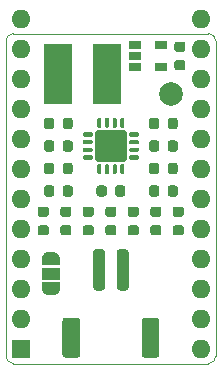
<source format=gbr>
%TF.GenerationSoftware,KiCad,Pcbnew,5.1.6+dfsg1-1~bpo10+1*%
%TF.CreationDate,2020-07-06T17:28:13+00:00*%
%TF.ProjectId,ProMicro_LIPO,50726f4d-6963-4726-9f5f-4c49504f2e6b,v1.6*%
%TF.SameCoordinates,Original*%
%TF.FileFunction,Soldermask,Top*%
%TF.FilePolarity,Negative*%
%FSLAX45Y45*%
G04 Gerber Fmt 4.5, Leading zero omitted, Abs format (unit mm)*
G04 Created by KiCad (PCBNEW 5.1.6+dfsg1-1~bpo10+1) date 2020-07-06 17:28:13*
%MOMM*%
%LPD*%
G01*
G04 APERTURE LIST*
%TA.AperFunction,Profile*%
%ADD10C,0.100000*%
%TD*%
%ADD11O,1.600000X1.600000*%
%ADD12R,1.600000X1.600000*%
%ADD13C,2.000000*%
%ADD14R,2.350000X5.100000*%
%ADD15R,1.060000X0.650000*%
%ADD16R,1.500000X1.000000*%
%ADD17C,0.150000*%
G04 APERTURE END LIST*
D10*
X-127000Y-63500D02*
X-127000Y2603500D01*
X1651000Y2603500D02*
X1651000Y-63500D01*
X1651000Y-63500D02*
G75*
G02*
X1587500Y-127000I-63500J0D01*
G01*
X-63500Y-127000D02*
G75*
G02*
X-127000Y-63500I0J63500D01*
G01*
X-127000Y2603500D02*
G75*
G02*
X-63500Y2667000I63500J0D01*
G01*
X1587500Y2667000D02*
G75*
G02*
X1651000Y2603500I0J-63500D01*
G01*
X1587500Y2667000D02*
X-63500Y2667000D01*
X-63500Y-127000D02*
X1587500Y-127000D01*
D11*
X1524000Y0D03*
X1524000Y254000D03*
X1524000Y508000D03*
X0Y2794000D03*
X1524000Y762000D03*
X0Y2540000D03*
X1524000Y1016000D03*
X0Y2286000D03*
X1524000Y1270000D03*
X0Y2032000D03*
X1524000Y1524000D03*
X0Y1778000D03*
X1524000Y1778000D03*
X0Y1524000D03*
X1524000Y2032000D03*
X0Y1270000D03*
X1524000Y2286000D03*
X0Y1016000D03*
X1524000Y2540000D03*
X0Y762000D03*
X1524000Y2794000D03*
X0Y508000D03*
X0Y254000D03*
D12*
X0Y0D03*
D13*
X1270000Y2159000D03*
D14*
X728200Y2324100D03*
X313200Y2324100D03*
G36*
G01*
X282500Y1930625D02*
X282500Y1879375D01*
G75*
G02*
X260625Y1857500I-21875J0D01*
G01*
X216875Y1857500D01*
G75*
G02*
X195000Y1879375I0J21875D01*
G01*
X195000Y1930625D01*
G75*
G02*
X216875Y1952500I21875J0D01*
G01*
X260625Y1952500D01*
G75*
G02*
X282500Y1930625I0J-21875D01*
G01*
G37*
G36*
G01*
X440000Y1930625D02*
X440000Y1879375D01*
G75*
G02*
X418125Y1857500I-21875J0D01*
G01*
X374375Y1857500D01*
G75*
G02*
X352500Y1879375I0J21875D01*
G01*
X352500Y1930625D01*
G75*
G02*
X374375Y1952500I21875J0D01*
G01*
X418125Y1952500D01*
G75*
G02*
X440000Y1930625I0J-21875D01*
G01*
G37*
G36*
G01*
X1241500Y1879375D02*
X1241500Y1930625D01*
G75*
G02*
X1263375Y1952500I21875J0D01*
G01*
X1307125Y1952500D01*
G75*
G02*
X1329000Y1930625I0J-21875D01*
G01*
X1329000Y1879375D01*
G75*
G02*
X1307125Y1857500I-21875J0D01*
G01*
X1263375Y1857500D01*
G75*
G02*
X1241500Y1879375I0J21875D01*
G01*
G37*
G36*
G01*
X1084000Y1879375D02*
X1084000Y1930625D01*
G75*
G02*
X1105875Y1952500I21875J0D01*
G01*
X1149625Y1952500D01*
G75*
G02*
X1171500Y1930625I0J-21875D01*
G01*
X1171500Y1879375D01*
G75*
G02*
X1149625Y1857500I-21875J0D01*
G01*
X1105875Y1857500D01*
G75*
G02*
X1084000Y1879375I0J21875D01*
G01*
G37*
G36*
G01*
X1241500Y1688875D02*
X1241500Y1740125D01*
G75*
G02*
X1263375Y1762000I21875J0D01*
G01*
X1307125Y1762000D01*
G75*
G02*
X1329000Y1740125I0J-21875D01*
G01*
X1329000Y1688875D01*
G75*
G02*
X1307125Y1667000I-21875J0D01*
G01*
X1263375Y1667000D01*
G75*
G02*
X1241500Y1688875I0J21875D01*
G01*
G37*
G36*
G01*
X1084000Y1688875D02*
X1084000Y1740125D01*
G75*
G02*
X1105875Y1762000I21875J0D01*
G01*
X1149625Y1762000D01*
G75*
G02*
X1171500Y1740125I0J-21875D01*
G01*
X1171500Y1688875D01*
G75*
G02*
X1149625Y1667000I-21875J0D01*
G01*
X1105875Y1667000D01*
G75*
G02*
X1084000Y1688875I0J21875D01*
G01*
G37*
G36*
G01*
X545875Y1044500D02*
X597125Y1044500D01*
G75*
G02*
X619000Y1022625I0J-21875D01*
G01*
X619000Y978875D01*
G75*
G02*
X597125Y957000I-21875J0D01*
G01*
X545875Y957000D01*
G75*
G02*
X524000Y978875I0J21875D01*
G01*
X524000Y1022625D01*
G75*
G02*
X545875Y1044500I21875J0D01*
G01*
G37*
G36*
G01*
X545875Y1202000D02*
X597125Y1202000D01*
G75*
G02*
X619000Y1180125I0J-21875D01*
G01*
X619000Y1136375D01*
G75*
G02*
X597125Y1114500I-21875J0D01*
G01*
X545875Y1114500D01*
G75*
G02*
X524000Y1136375I0J21875D01*
G01*
X524000Y1180125D01*
G75*
G02*
X545875Y1202000I21875J0D01*
G01*
G37*
G36*
G01*
X282500Y1740125D02*
X282500Y1688875D01*
G75*
G02*
X260625Y1667000I-21875J0D01*
G01*
X216875Y1667000D01*
G75*
G02*
X195000Y1688875I0J21875D01*
G01*
X195000Y1740125D01*
G75*
G02*
X216875Y1762000I21875J0D01*
G01*
X260625Y1762000D01*
G75*
G02*
X282500Y1740125I0J-21875D01*
G01*
G37*
G36*
G01*
X440000Y1740125D02*
X440000Y1688875D01*
G75*
G02*
X418125Y1667000I-21875J0D01*
G01*
X374375Y1667000D01*
G75*
G02*
X352500Y1688875I0J21875D01*
G01*
X352500Y1740125D01*
G75*
G02*
X374375Y1762000I21875J0D01*
G01*
X418125Y1762000D01*
G75*
G02*
X440000Y1740125I0J-21875D01*
G01*
G37*
G36*
G01*
X1241500Y1307875D02*
X1241500Y1359125D01*
G75*
G02*
X1263375Y1381000I21875J0D01*
G01*
X1307125Y1381000D01*
G75*
G02*
X1329000Y1359125I0J-21875D01*
G01*
X1329000Y1307875D01*
G75*
G02*
X1307125Y1286000I-21875J0D01*
G01*
X1263375Y1286000D01*
G75*
G02*
X1241500Y1307875I0J21875D01*
G01*
G37*
G36*
G01*
X1084000Y1307875D02*
X1084000Y1359125D01*
G75*
G02*
X1105875Y1381000I21875J0D01*
G01*
X1149625Y1381000D01*
G75*
G02*
X1171500Y1359125I0J-21875D01*
G01*
X1171500Y1307875D01*
G75*
G02*
X1149625Y1286000I-21875J0D01*
G01*
X1105875Y1286000D01*
G75*
G02*
X1084000Y1307875I0J21875D01*
G01*
G37*
G36*
G01*
X1171500Y1549625D02*
X1171500Y1498375D01*
G75*
G02*
X1149625Y1476500I-21875J0D01*
G01*
X1105875Y1476500D01*
G75*
G02*
X1084000Y1498375I0J21875D01*
G01*
X1084000Y1549625D01*
G75*
G02*
X1105875Y1571500I21875J0D01*
G01*
X1149625Y1571500D01*
G75*
G02*
X1171500Y1549625I0J-21875D01*
G01*
G37*
G36*
G01*
X1329000Y1549625D02*
X1329000Y1498375D01*
G75*
G02*
X1307125Y1476500I-21875J0D01*
G01*
X1263375Y1476500D01*
G75*
G02*
X1241500Y1498375I0J21875D01*
G01*
X1241500Y1549625D01*
G75*
G02*
X1263375Y1571500I21875J0D01*
G01*
X1307125Y1571500D01*
G75*
G02*
X1329000Y1549625I0J-21875D01*
G01*
G37*
G36*
G01*
X352500Y1498375D02*
X352500Y1549625D01*
G75*
G02*
X374375Y1571500I21875J0D01*
G01*
X418125Y1571500D01*
G75*
G02*
X440000Y1549625I0J-21875D01*
G01*
X440000Y1498375D01*
G75*
G02*
X418125Y1476500I-21875J0D01*
G01*
X374375Y1476500D01*
G75*
G02*
X352500Y1498375I0J21875D01*
G01*
G37*
G36*
G01*
X195000Y1498375D02*
X195000Y1549625D01*
G75*
G02*
X216875Y1571500I21875J0D01*
G01*
X260625Y1571500D01*
G75*
G02*
X282500Y1549625I0J-21875D01*
G01*
X282500Y1498375D01*
G75*
G02*
X260625Y1476500I-21875J0D01*
G01*
X216875Y1476500D01*
G75*
G02*
X195000Y1498375I0J21875D01*
G01*
G37*
G36*
G01*
X282500Y1359125D02*
X282500Y1307875D01*
G75*
G02*
X260625Y1286000I-21875J0D01*
G01*
X216875Y1286000D01*
G75*
G02*
X195000Y1307875I0J21875D01*
G01*
X195000Y1359125D01*
G75*
G02*
X216875Y1381000I21875J0D01*
G01*
X260625Y1381000D01*
G75*
G02*
X282500Y1359125I0J-21875D01*
G01*
G37*
G36*
G01*
X440000Y1359125D02*
X440000Y1307875D01*
G75*
G02*
X418125Y1286000I-21875J0D01*
G01*
X374375Y1286000D01*
G75*
G02*
X352500Y1307875I0J21875D01*
G01*
X352500Y1359125D01*
G75*
G02*
X374375Y1381000I21875J0D01*
G01*
X418125Y1381000D01*
G75*
G02*
X440000Y1359125I0J-21875D01*
G01*
G37*
G36*
G01*
X727000Y1359125D02*
X727000Y1307875D01*
G75*
G02*
X705125Y1286000I-21875J0D01*
G01*
X661375Y1286000D01*
G75*
G02*
X639500Y1307875I0J21875D01*
G01*
X639500Y1359125D01*
G75*
G02*
X661375Y1381000I21875J0D01*
G01*
X705125Y1381000D01*
G75*
G02*
X727000Y1359125I0J-21875D01*
G01*
G37*
G36*
G01*
X884500Y1359125D02*
X884500Y1307875D01*
G75*
G02*
X862625Y1286000I-21875J0D01*
G01*
X818875Y1286000D01*
G75*
G02*
X797000Y1307875I0J21875D01*
G01*
X797000Y1359125D01*
G75*
G02*
X818875Y1381000I21875J0D01*
G01*
X862625Y1381000D01*
G75*
G02*
X884500Y1359125I0J-21875D01*
G01*
G37*
G36*
G01*
X1371825Y2511500D02*
X1320575Y2511500D01*
G75*
G02*
X1298700Y2533375I0J21875D01*
G01*
X1298700Y2577125D01*
G75*
G02*
X1320575Y2599000I21875J0D01*
G01*
X1371825Y2599000D01*
G75*
G02*
X1393700Y2577125I0J-21875D01*
G01*
X1393700Y2533375D01*
G75*
G02*
X1371825Y2511500I-21875J0D01*
G01*
G37*
G36*
G01*
X1371825Y2354000D02*
X1320575Y2354000D01*
G75*
G02*
X1298700Y2375875I0J21875D01*
G01*
X1298700Y2419625D01*
G75*
G02*
X1320575Y2441500I21875J0D01*
G01*
X1371825Y2441500D01*
G75*
G02*
X1393700Y2419625I0J-21875D01*
G01*
X1393700Y2375875D01*
G75*
G02*
X1371825Y2354000I-21875J0D01*
G01*
G37*
G36*
G01*
X925750Y1829500D02*
X990750Y1829500D01*
G75*
G02*
X999500Y1820750I0J-8750D01*
G01*
X999500Y1803250D01*
G75*
G02*
X990750Y1794500I-8750J0D01*
G01*
X925750Y1794500D01*
G75*
G02*
X917000Y1803250I0J8750D01*
G01*
X917000Y1820750D01*
G75*
G02*
X925750Y1829500I8750J0D01*
G01*
G37*
G36*
G01*
X925750Y1764500D02*
X990750Y1764500D01*
G75*
G02*
X999500Y1755750I0J-8750D01*
G01*
X999500Y1738250D01*
G75*
G02*
X990750Y1729500I-8750J0D01*
G01*
X925750Y1729500D01*
G75*
G02*
X917000Y1738250I0J8750D01*
G01*
X917000Y1755750D01*
G75*
G02*
X925750Y1764500I8750J0D01*
G01*
G37*
G36*
G01*
X925750Y1699500D02*
X990750Y1699500D01*
G75*
G02*
X999500Y1690750I0J-8750D01*
G01*
X999500Y1673250D01*
G75*
G02*
X990750Y1664500I-8750J0D01*
G01*
X925750Y1664500D01*
G75*
G02*
X917000Y1673250I0J8750D01*
G01*
X917000Y1690750D01*
G75*
G02*
X925750Y1699500I8750J0D01*
G01*
G37*
G36*
G01*
X925750Y1634500D02*
X990750Y1634500D01*
G75*
G02*
X999500Y1625750I0J-8750D01*
G01*
X999500Y1608250D01*
G75*
G02*
X990750Y1599500I-8750J0D01*
G01*
X925750Y1599500D01*
G75*
G02*
X917000Y1608250I0J8750D01*
G01*
X917000Y1625750D01*
G75*
G02*
X925750Y1634500I8750J0D01*
G01*
G37*
G36*
G01*
X850750Y1559500D02*
X868250Y1559500D01*
G75*
G02*
X877000Y1550750I0J-8750D01*
G01*
X877000Y1485750D01*
G75*
G02*
X868250Y1477000I-8750J0D01*
G01*
X850750Y1477000D01*
G75*
G02*
X842000Y1485750I0J8750D01*
G01*
X842000Y1550750D01*
G75*
G02*
X850750Y1559500I8750J0D01*
G01*
G37*
G36*
G01*
X785750Y1559500D02*
X803250Y1559500D01*
G75*
G02*
X812000Y1550750I0J-8750D01*
G01*
X812000Y1485750D01*
G75*
G02*
X803250Y1477000I-8750J0D01*
G01*
X785750Y1477000D01*
G75*
G02*
X777000Y1485750I0J8750D01*
G01*
X777000Y1550750D01*
G75*
G02*
X785750Y1559500I8750J0D01*
G01*
G37*
G36*
G01*
X720750Y1559500D02*
X738250Y1559500D01*
G75*
G02*
X747000Y1550750I0J-8750D01*
G01*
X747000Y1485750D01*
G75*
G02*
X738250Y1477000I-8750J0D01*
G01*
X720750Y1477000D01*
G75*
G02*
X712000Y1485750I0J8750D01*
G01*
X712000Y1550750D01*
G75*
G02*
X720750Y1559500I8750J0D01*
G01*
G37*
G36*
G01*
X655750Y1559500D02*
X673250Y1559500D01*
G75*
G02*
X682000Y1550750I0J-8750D01*
G01*
X682000Y1485750D01*
G75*
G02*
X673250Y1477000I-8750J0D01*
G01*
X655750Y1477000D01*
G75*
G02*
X647000Y1485750I0J8750D01*
G01*
X647000Y1550750D01*
G75*
G02*
X655750Y1559500I8750J0D01*
G01*
G37*
G36*
G01*
X533250Y1634500D02*
X598250Y1634500D01*
G75*
G02*
X607000Y1625750I0J-8750D01*
G01*
X607000Y1608250D01*
G75*
G02*
X598250Y1599500I-8750J0D01*
G01*
X533250Y1599500D01*
G75*
G02*
X524500Y1608250I0J8750D01*
G01*
X524500Y1625750D01*
G75*
G02*
X533250Y1634500I8750J0D01*
G01*
G37*
G36*
G01*
X533250Y1699500D02*
X598250Y1699500D01*
G75*
G02*
X607000Y1690750I0J-8750D01*
G01*
X607000Y1673250D01*
G75*
G02*
X598250Y1664500I-8750J0D01*
G01*
X533250Y1664500D01*
G75*
G02*
X524500Y1673250I0J8750D01*
G01*
X524500Y1690750D01*
G75*
G02*
X533250Y1699500I8750J0D01*
G01*
G37*
G36*
G01*
X533250Y1764500D02*
X598250Y1764500D01*
G75*
G02*
X607000Y1755750I0J-8750D01*
G01*
X607000Y1738250D01*
G75*
G02*
X598250Y1729500I-8750J0D01*
G01*
X533250Y1729500D01*
G75*
G02*
X524500Y1738250I0J8750D01*
G01*
X524500Y1755750D01*
G75*
G02*
X533250Y1764500I8750J0D01*
G01*
G37*
G36*
G01*
X533250Y1829500D02*
X598250Y1829500D01*
G75*
G02*
X607000Y1820750I0J-8750D01*
G01*
X607000Y1803250D01*
G75*
G02*
X598250Y1794500I-8750J0D01*
G01*
X533250Y1794500D01*
G75*
G02*
X524500Y1803250I0J8750D01*
G01*
X524500Y1820750D01*
G75*
G02*
X533250Y1829500I8750J0D01*
G01*
G37*
G36*
G01*
X655750Y1952000D02*
X673250Y1952000D01*
G75*
G02*
X682000Y1943250I0J-8750D01*
G01*
X682000Y1878250D01*
G75*
G02*
X673250Y1869500I-8750J0D01*
G01*
X655750Y1869500D01*
G75*
G02*
X647000Y1878250I0J8750D01*
G01*
X647000Y1943250D01*
G75*
G02*
X655750Y1952000I8750J0D01*
G01*
G37*
G36*
G01*
X720750Y1952000D02*
X738250Y1952000D01*
G75*
G02*
X747000Y1943250I0J-8750D01*
G01*
X747000Y1878250D01*
G75*
G02*
X738250Y1869500I-8750J0D01*
G01*
X720750Y1869500D01*
G75*
G02*
X712000Y1878250I0J8750D01*
G01*
X712000Y1943250D01*
G75*
G02*
X720750Y1952000I8750J0D01*
G01*
G37*
G36*
G01*
X785750Y1952000D02*
X803250Y1952000D01*
G75*
G02*
X812000Y1943250I0J-8750D01*
G01*
X812000Y1878250D01*
G75*
G02*
X803250Y1869500I-8750J0D01*
G01*
X785750Y1869500D01*
G75*
G02*
X777000Y1878250I0J8750D01*
G01*
X777000Y1943250D01*
G75*
G02*
X785750Y1952000I8750J0D01*
G01*
G37*
G36*
G01*
X850750Y1952000D02*
X868250Y1952000D01*
G75*
G02*
X877000Y1943250I0J-8750D01*
G01*
X877000Y1878250D01*
G75*
G02*
X868250Y1869500I-8750J0D01*
G01*
X850750Y1869500D01*
G75*
G02*
X842000Y1878250I0J8750D01*
G01*
X842000Y1943250D01*
G75*
G02*
X850750Y1952000I8750J0D01*
G01*
G37*
G36*
G01*
X652000Y1849500D02*
X872000Y1849500D01*
G75*
G02*
X897000Y1824500I0J-25000D01*
G01*
X897000Y1604500D01*
G75*
G02*
X872000Y1579500I-25000J0D01*
G01*
X652000Y1579500D01*
G75*
G02*
X627000Y1604500I0J25000D01*
G01*
X627000Y1824500D01*
G75*
G02*
X652000Y1849500I25000J0D01*
G01*
G37*
D15*
X1189500Y2571500D03*
X1189500Y2381500D03*
X969500Y2381500D03*
X969500Y2476500D03*
X969500Y2571500D03*
D16*
X254000Y635000D03*
D17*
G36*
X328940Y505000D02*
G01*
X328940Y502547D01*
X328459Y497663D01*
X327502Y492851D01*
X326077Y488155D01*
X324200Y483622D01*
X321886Y479295D01*
X319160Y475215D01*
X316048Y471422D01*
X312578Y467952D01*
X308785Y464840D01*
X304705Y462114D01*
X300378Y459800D01*
X295845Y457923D01*
X291149Y456498D01*
X286337Y455541D01*
X281453Y455060D01*
X279000Y455060D01*
X279000Y455000D01*
X229000Y455000D01*
X229000Y455060D01*
X226547Y455060D01*
X221663Y455541D01*
X216851Y456498D01*
X212155Y457923D01*
X207622Y459800D01*
X203295Y462114D01*
X199215Y464840D01*
X195422Y467952D01*
X191952Y471422D01*
X188840Y475215D01*
X186114Y479295D01*
X183800Y483622D01*
X181923Y488155D01*
X180498Y492851D01*
X179541Y497663D01*
X179060Y502547D01*
X179060Y505000D01*
X179000Y505000D01*
X179000Y560000D01*
X329000Y560000D01*
X329000Y505000D01*
X328940Y505000D01*
G37*
G36*
X179000Y710000D02*
G01*
X179000Y765000D01*
X179060Y765000D01*
X179060Y767453D01*
X179541Y772336D01*
X180498Y777149D01*
X181923Y781844D01*
X183800Y786378D01*
X186114Y790705D01*
X188840Y794785D01*
X191952Y798578D01*
X195422Y802048D01*
X199215Y805160D01*
X203295Y807886D01*
X207622Y810199D01*
X212155Y812077D01*
X216851Y813502D01*
X221663Y814459D01*
X226547Y814940D01*
X229000Y814940D01*
X229000Y815000D01*
X279000Y815000D01*
X279000Y814940D01*
X281453Y814940D01*
X286337Y814459D01*
X291149Y813502D01*
X295845Y812077D01*
X300378Y810199D01*
X304705Y807886D01*
X308785Y805160D01*
X312578Y802048D01*
X316048Y798578D01*
X319160Y794785D01*
X321886Y790705D01*
X324200Y786378D01*
X326077Y781844D01*
X327502Y777149D01*
X328459Y772336D01*
X328940Y767453D01*
X328940Y765000D01*
X329000Y765000D01*
X329000Y710000D01*
X179000Y710000D01*
G37*
G36*
G01*
X1022000Y-54000D02*
X1022000Y236000D01*
G75*
G02*
X1047000Y261000I25000J0D01*
G01*
X1147000Y261000D01*
G75*
G02*
X1172000Y236000I0J-25000D01*
G01*
X1172000Y-54000D01*
G75*
G02*
X1147000Y-79000I-25000J0D01*
G01*
X1047000Y-79000D01*
G75*
G02*
X1022000Y-54000I0J25000D01*
G01*
G37*
G36*
G01*
X352000Y-54000D02*
X352000Y236000D01*
G75*
G02*
X377000Y261000I25000J0D01*
G01*
X477000Y261000D01*
G75*
G02*
X502000Y236000I0J-25000D01*
G01*
X502000Y-54000D01*
G75*
G02*
X477000Y-79000I-25000J0D01*
G01*
X377000Y-79000D01*
G75*
G02*
X352000Y-54000I0J25000D01*
G01*
G37*
G36*
G01*
X812000Y516000D02*
X812000Y816000D01*
G75*
G02*
X837000Y841000I25000J0D01*
G01*
X887000Y841000D01*
G75*
G02*
X912000Y816000I0J-25000D01*
G01*
X912000Y516000D01*
G75*
G02*
X887000Y491000I-25000J0D01*
G01*
X837000Y491000D01*
G75*
G02*
X812000Y516000I0J25000D01*
G01*
G37*
G36*
G01*
X612000Y516000D02*
X612000Y816000D01*
G75*
G02*
X637000Y841000I25000J0D01*
G01*
X687000Y841000D01*
G75*
G02*
X712000Y816000I0J-25000D01*
G01*
X712000Y516000D01*
G75*
G02*
X687000Y491000I-25000J0D01*
G01*
X637000Y491000D01*
G75*
G02*
X612000Y516000I0J25000D01*
G01*
G37*
G36*
G01*
X216125Y1114500D02*
X164875Y1114500D01*
G75*
G02*
X143000Y1136375I0J21875D01*
G01*
X143000Y1180125D01*
G75*
G02*
X164875Y1202000I21875J0D01*
G01*
X216125Y1202000D01*
G75*
G02*
X238000Y1180125I0J-21875D01*
G01*
X238000Y1136375D01*
G75*
G02*
X216125Y1114500I-21875J0D01*
G01*
G37*
G36*
G01*
X216125Y957000D02*
X164875Y957000D01*
G75*
G02*
X143000Y978875I0J21875D01*
G01*
X143000Y1022625D01*
G75*
G02*
X164875Y1044500I21875J0D01*
G01*
X216125Y1044500D01*
G75*
G02*
X238000Y1022625I0J-21875D01*
G01*
X238000Y978875D01*
G75*
G02*
X216125Y957000I-21875J0D01*
G01*
G37*
G36*
G01*
X355375Y1044500D02*
X406625Y1044500D01*
G75*
G02*
X428500Y1022625I0J-21875D01*
G01*
X428500Y978875D01*
G75*
G02*
X406625Y957000I-21875J0D01*
G01*
X355375Y957000D01*
G75*
G02*
X333500Y978875I0J21875D01*
G01*
X333500Y1022625D01*
G75*
G02*
X355375Y1044500I21875J0D01*
G01*
G37*
G36*
G01*
X355375Y1202000D02*
X406625Y1202000D01*
G75*
G02*
X428500Y1180125I0J-21875D01*
G01*
X428500Y1136375D01*
G75*
G02*
X406625Y1114500I-21875J0D01*
G01*
X355375Y1114500D01*
G75*
G02*
X333500Y1136375I0J21875D01*
G01*
X333500Y1180125D01*
G75*
G02*
X355375Y1202000I21875J0D01*
G01*
G37*
G36*
G01*
X1168625Y1114500D02*
X1117375Y1114500D01*
G75*
G02*
X1095500Y1136375I0J21875D01*
G01*
X1095500Y1180125D01*
G75*
G02*
X1117375Y1202000I21875J0D01*
G01*
X1168625Y1202000D01*
G75*
G02*
X1190500Y1180125I0J-21875D01*
G01*
X1190500Y1136375D01*
G75*
G02*
X1168625Y1114500I-21875J0D01*
G01*
G37*
G36*
G01*
X1168625Y957000D02*
X1117375Y957000D01*
G75*
G02*
X1095500Y978875I0J21875D01*
G01*
X1095500Y1022625D01*
G75*
G02*
X1117375Y1044500I21875J0D01*
G01*
X1168625Y1044500D01*
G75*
G02*
X1190500Y1022625I0J-21875D01*
G01*
X1190500Y978875D01*
G75*
G02*
X1168625Y957000I-21875J0D01*
G01*
G37*
G36*
G01*
X787625Y1114500D02*
X736375Y1114500D01*
G75*
G02*
X714500Y1136375I0J21875D01*
G01*
X714500Y1180125D01*
G75*
G02*
X736375Y1202000I21875J0D01*
G01*
X787625Y1202000D01*
G75*
G02*
X809500Y1180125I0J-21875D01*
G01*
X809500Y1136375D01*
G75*
G02*
X787625Y1114500I-21875J0D01*
G01*
G37*
G36*
G01*
X787625Y957000D02*
X736375Y957000D01*
G75*
G02*
X714500Y978875I0J21875D01*
G01*
X714500Y1022625D01*
G75*
G02*
X736375Y1044500I21875J0D01*
G01*
X787625Y1044500D01*
G75*
G02*
X809500Y1022625I0J-21875D01*
G01*
X809500Y978875D01*
G75*
G02*
X787625Y957000I-21875J0D01*
G01*
G37*
G36*
G01*
X978125Y1114500D02*
X926875Y1114500D01*
G75*
G02*
X905000Y1136375I0J21875D01*
G01*
X905000Y1180125D01*
G75*
G02*
X926875Y1202000I21875J0D01*
G01*
X978125Y1202000D01*
G75*
G02*
X1000000Y1180125I0J-21875D01*
G01*
X1000000Y1136375D01*
G75*
G02*
X978125Y1114500I-21875J0D01*
G01*
G37*
G36*
G01*
X978125Y957000D02*
X926875Y957000D01*
G75*
G02*
X905000Y978875I0J21875D01*
G01*
X905000Y1022625D01*
G75*
G02*
X926875Y1044500I21875J0D01*
G01*
X978125Y1044500D01*
G75*
G02*
X1000000Y1022625I0J-21875D01*
G01*
X1000000Y978875D01*
G75*
G02*
X978125Y957000I-21875J0D01*
G01*
G37*
G36*
G01*
X1307875Y1044500D02*
X1359125Y1044500D01*
G75*
G02*
X1381000Y1022625I0J-21875D01*
G01*
X1381000Y978875D01*
G75*
G02*
X1359125Y957000I-21875J0D01*
G01*
X1307875Y957000D01*
G75*
G02*
X1286000Y978875I0J21875D01*
G01*
X1286000Y1022625D01*
G75*
G02*
X1307875Y1044500I21875J0D01*
G01*
G37*
G36*
G01*
X1307875Y1202000D02*
X1359125Y1202000D01*
G75*
G02*
X1381000Y1180125I0J-21875D01*
G01*
X1381000Y1136375D01*
G75*
G02*
X1359125Y1114500I-21875J0D01*
G01*
X1307875Y1114500D01*
G75*
G02*
X1286000Y1136375I0J21875D01*
G01*
X1286000Y1180125D01*
G75*
G02*
X1307875Y1202000I21875J0D01*
G01*
G37*
M02*

</source>
